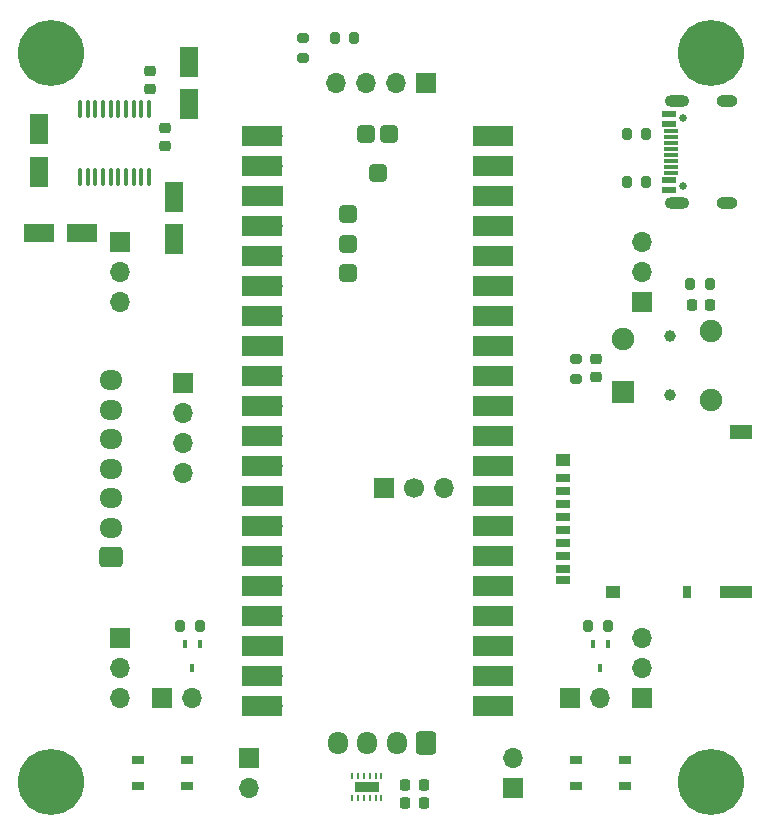
<source format=gbr>
%TF.GenerationSoftware,KiCad,Pcbnew,7.0.10-7.0.10~ubuntu22.04.1*%
%TF.CreationDate,2024-02-03T23:21:59+09:00*%
%TF.ProjectId,TurtlePico,54757274-6c65-4506-9963-6f2e6b696361,rev?*%
%TF.SameCoordinates,Original*%
%TF.FileFunction,Soldermask,Top*%
%TF.FilePolarity,Negative*%
%FSLAX46Y46*%
G04 Gerber Fmt 4.6, Leading zero omitted, Abs format (unit mm)*
G04 Created by KiCad (PCBNEW 7.0.10-7.0.10~ubuntu22.04.1) date 2024-02-03 23:21:59*
%MOMM*%
%LPD*%
G01*
G04 APERTURE LIST*
G04 Aperture macros list*
%AMRoundRect*
0 Rectangle with rounded corners*
0 $1 Rounding radius*
0 $2 $3 $4 $5 $6 $7 $8 $9 X,Y pos of 4 corners*
0 Add a 4 corners polygon primitive as box body*
4,1,4,$2,$3,$4,$5,$6,$7,$8,$9,$2,$3,0*
0 Add four circle primitives for the rounded corners*
1,1,$1+$1,$2,$3*
1,1,$1+$1,$4,$5*
1,1,$1+$1,$6,$7*
1,1,$1+$1,$8,$9*
0 Add four rect primitives between the rounded corners*
20,1,$1+$1,$2,$3,$4,$5,0*
20,1,$1+$1,$4,$5,$6,$7,0*
20,1,$1+$1,$6,$7,$8,$9,0*
20,1,$1+$1,$8,$9,$2,$3,0*%
G04 Aperture macros list end*
%ADD10C,5.600000*%
%ADD11R,0.450000X0.700000*%
%ADD12RoundRect,0.200000X-0.200000X-0.275000X0.200000X-0.275000X0.200000X0.275000X-0.200000X0.275000X0*%
%ADD13RoundRect,0.200000X-0.275000X0.200000X-0.275000X-0.200000X0.275000X-0.200000X0.275000X0.200000X0*%
%ADD14RoundRect,0.200000X0.200000X0.275000X-0.200000X0.275000X-0.200000X-0.275000X0.200000X-0.275000X0*%
%ADD15R,0.250000X0.500000*%
%ADD16R,2.000000X0.900000*%
%ADD17C,1.000000*%
%ADD18R,1.900000X1.900000*%
%ADD19C,1.900000*%
%ADD20R,1.700000X1.700000*%
%ADD21O,1.700000X1.700000*%
%ADD22RoundRect,0.225000X0.250000X-0.225000X0.250000X0.225000X-0.250000X0.225000X-0.250000X-0.225000X0*%
%ADD23R,1.050000X0.650000*%
%ADD24RoundRect,0.250000X-0.550000X1.050000X-0.550000X-1.050000X0.550000X-1.050000X0.550000X1.050000X0*%
%ADD25RoundRect,0.225000X-0.225000X-0.250000X0.225000X-0.250000X0.225000X0.250000X-0.225000X0.250000X0*%
%ADD26R,3.500000X1.700000*%
%ADD27C,1.700000*%
%ADD28RoundRect,0.381000X-0.381000X-0.381000X0.381000X-0.381000X0.381000X0.381000X-0.381000X0.381000X0*%
%ADD29R,1.200000X0.700000*%
%ADD30R,0.800000X1.000000*%
%ADD31R,1.200000X1.000000*%
%ADD32R,2.800000X1.000000*%
%ADD33R,1.900000X1.300000*%
%ADD34RoundRect,0.250000X1.050000X0.550000X-1.050000X0.550000X-1.050000X-0.550000X1.050000X-0.550000X0*%
%ADD35RoundRect,0.100000X-0.100000X0.637500X-0.100000X-0.637500X0.100000X-0.637500X0.100000X0.637500X0*%
%ADD36C,0.650000*%
%ADD37R,1.150000X0.600000*%
%ADD38R,1.150000X0.300000*%
%ADD39O,1.800000X1.000000*%
%ADD40O,2.100000X1.000000*%
%ADD41RoundRect,0.250000X0.550000X-1.050000X0.550000X1.050000X-0.550000X1.050000X-0.550000X-1.050000X0*%
%ADD42RoundRect,0.225000X-0.250000X0.225000X-0.250000X-0.225000X0.250000X-0.225000X0.250000X0.225000X0*%
%ADD43RoundRect,0.225000X0.225000X0.250000X-0.225000X0.250000X-0.225000X-0.250000X0.225000X-0.250000X0*%
%ADD44RoundRect,0.250000X0.725000X-0.600000X0.725000X0.600000X-0.725000X0.600000X-0.725000X-0.600000X0*%
%ADD45O,1.950000X1.700000*%
%ADD46RoundRect,0.250000X0.600000X0.725000X-0.600000X0.725000X-0.600000X-0.725000X0.600000X-0.725000X0*%
%ADD47O,1.700000X1.950000*%
G04 APERTURE END LIST*
D10*
%TO.C,REF\u002A\u002A*%
X117856000Y-126492000D03*
%TD*%
D11*
%TO.C,Q1*%
X164988000Y-114840000D03*
X163688000Y-114840000D03*
X164338000Y-116840000D03*
%TD*%
D12*
%TO.C,R4*%
X166561000Y-71628000D03*
X168211000Y-71628000D03*
%TD*%
D13*
%TO.C,R8*%
X139192000Y-63500000D03*
X139192000Y-65150000D03*
%TD*%
D14*
%TO.C,R7*%
X143510000Y-63500000D03*
X141860000Y-63500000D03*
%TD*%
D15*
%TO.C,IC1*%
X145796000Y-125984000D03*
X145296000Y-125984000D03*
X144796000Y-125984000D03*
X144296000Y-125984000D03*
X143796000Y-125984000D03*
X143296000Y-125984000D03*
X143296000Y-127884000D03*
X143796000Y-127884000D03*
X144296000Y-127884000D03*
X144796000Y-127884000D03*
X145296000Y-127884000D03*
X145796000Y-127884000D03*
D16*
X144546000Y-126934000D03*
%TD*%
D14*
%TO.C,R6*%
X130428000Y-113284000D03*
X128778000Y-113284000D03*
%TD*%
D10*
%TO.C,REF\u002A\u002A*%
X173736000Y-126492000D03*
%TD*%
D14*
%TO.C,R5*%
X164972000Y-113284000D03*
X163322000Y-113284000D03*
%TD*%
D17*
%TO.C,J2*%
X170236000Y-93726000D03*
X170236000Y-88726000D03*
D18*
X166236000Y-93476000D03*
D19*
X166236000Y-88976000D03*
X173736000Y-94126000D03*
X173736000Y-88326000D03*
%TD*%
D20*
%TO.C,J10*%
X134620000Y-124460000D03*
D21*
X134620000Y-127000000D03*
%TD*%
D20*
%TO.C,J9*%
X156972000Y-127000000D03*
D21*
X156972000Y-124460000D03*
%TD*%
D22*
%TO.C,C2*%
X163957000Y-92202000D03*
X163957000Y-90652000D03*
%TD*%
D23*
%TO.C,SW2*%
X125179000Y-124655000D03*
X125179000Y-126805000D03*
X129329000Y-124655000D03*
X129329000Y-126805000D03*
%TD*%
D24*
%TO.C,C6*%
X128270000Y-76940000D03*
X128270000Y-80540000D03*
%TD*%
D12*
%TO.C,R3*%
X171958000Y-84328000D03*
X173608000Y-84328000D03*
%TD*%
D22*
%TO.C,C3*%
X126238000Y-67818000D03*
X126238000Y-66268000D03*
%TD*%
D20*
%TO.C,J6*%
X128965000Y-92710000D03*
D21*
X128965000Y-95250000D03*
X128965000Y-97790000D03*
X128965000Y-100330000D03*
%TD*%
D20*
%TO.C,J4*%
X127254000Y-119380000D03*
D21*
X129794000Y-119380000D03*
%TD*%
D25*
%TO.C,C9*%
X147815000Y-126746000D03*
X149365000Y-126746000D03*
%TD*%
D23*
%TO.C,SW1*%
X162263000Y-124655000D03*
X162263000Y-126805000D03*
X166413000Y-124655000D03*
X166413000Y-126805000D03*
%TD*%
D20*
%TO.C,J7*%
X149596000Y-67310000D03*
D21*
X147056000Y-67310000D03*
X144516000Y-67310000D03*
X141976000Y-67310000D03*
%TD*%
%TO.C,U2*%
X136575900Y-71770000D03*
D26*
X135675900Y-71770000D03*
D21*
X136575900Y-74310000D03*
D26*
X135675900Y-74310000D03*
D20*
X136575900Y-76850000D03*
D26*
X135675900Y-76850000D03*
D21*
X136575900Y-79390000D03*
D26*
X135675900Y-79390000D03*
D21*
X136575900Y-81930000D03*
D26*
X135675900Y-81930000D03*
D21*
X136575900Y-84470000D03*
D26*
X135675900Y-84470000D03*
D21*
X136575900Y-87010000D03*
D26*
X135675900Y-87010000D03*
D20*
X136575900Y-89550000D03*
D26*
X135675900Y-89550000D03*
D21*
X136575900Y-92090000D03*
D26*
X135675900Y-92090000D03*
D21*
X136575900Y-94630000D03*
D26*
X135675900Y-94630000D03*
D21*
X136575900Y-97170000D03*
D26*
X135675900Y-97170000D03*
D21*
X136575900Y-99710000D03*
D26*
X135675900Y-99710000D03*
D20*
X136575900Y-102250000D03*
D26*
X135675900Y-102250000D03*
D21*
X136575900Y-104790000D03*
D26*
X135675900Y-104790000D03*
D21*
X136575900Y-107330000D03*
D26*
X135675900Y-107330000D03*
D21*
X136575900Y-109870000D03*
D26*
X135675900Y-109870000D03*
D21*
X136575900Y-112410000D03*
D26*
X135675900Y-112410000D03*
D20*
X136575900Y-114950000D03*
D26*
X135675900Y-114950000D03*
D21*
X136575900Y-117490000D03*
D26*
X135675900Y-117490000D03*
D21*
X136575900Y-120030000D03*
D26*
X135675900Y-120030000D03*
D21*
X154355900Y-120030000D03*
D26*
X155255900Y-120030000D03*
D21*
X154355900Y-117490000D03*
D26*
X155255900Y-117490000D03*
D20*
X154355900Y-114950000D03*
D26*
X155255900Y-114950000D03*
D21*
X154355900Y-112410000D03*
D26*
X155255900Y-112410000D03*
D21*
X154355900Y-109870000D03*
D26*
X155255900Y-109870000D03*
D21*
X154355900Y-107330000D03*
D26*
X155255900Y-107330000D03*
D21*
X154355900Y-104790000D03*
D26*
X155255900Y-104790000D03*
D20*
X154355900Y-102250000D03*
D26*
X155255900Y-102250000D03*
D21*
X154355900Y-99710000D03*
D26*
X155255900Y-99710000D03*
D21*
X154355900Y-97170000D03*
D26*
X155255900Y-97170000D03*
D21*
X154355900Y-94630000D03*
D26*
X155255900Y-94630000D03*
D21*
X154355900Y-92090000D03*
D26*
X155255900Y-92090000D03*
D20*
X154355900Y-89550000D03*
D26*
X155255900Y-89550000D03*
D21*
X154355900Y-87010000D03*
D26*
X155255900Y-87010000D03*
D21*
X154355900Y-84470000D03*
D26*
X155255900Y-84470000D03*
D21*
X154355900Y-81930000D03*
D26*
X155255900Y-81930000D03*
D21*
X154355900Y-79390000D03*
D26*
X155255900Y-79390000D03*
D20*
X154355900Y-76850000D03*
D26*
X155255900Y-76850000D03*
D21*
X154355900Y-74310000D03*
D26*
X155255900Y-74310000D03*
D21*
X154355900Y-71770000D03*
D26*
X155255900Y-71770000D03*
D20*
X146050000Y-101600000D03*
D27*
X148590000Y-101600000D03*
D21*
X151130000Y-101600000D03*
D28*
X145465900Y-74900000D03*
X146465900Y-71600000D03*
X144465900Y-71600000D03*
X142965900Y-78400000D03*
X142965900Y-80900000D03*
X142965900Y-83400000D03*
%TD*%
D29*
%TO.C,J11*%
X161133000Y-100760000D03*
X161133000Y-101860000D03*
X161133000Y-102960000D03*
X161133000Y-104060000D03*
X161133000Y-105160000D03*
X161133000Y-106260000D03*
X161133000Y-107360000D03*
X161133000Y-108460000D03*
X161133000Y-109410000D03*
D30*
X171633000Y-110360000D03*
D31*
X165433000Y-110360000D03*
D32*
X175783000Y-110360000D03*
D31*
X161133000Y-99210000D03*
D33*
X176233000Y-96860000D03*
%TD*%
D34*
%TO.C,C8*%
X120418000Y-80010000D03*
X116818000Y-80010000D03*
%TD*%
D12*
%TO.C,R1*%
X166561000Y-75692000D03*
X168211000Y-75692000D03*
%TD*%
D20*
%TO.C,J3*%
X161798000Y-119380000D03*
D21*
X164338000Y-119380000D03*
%TD*%
D35*
%TO.C,U1*%
X126115000Y-69527500D03*
X125465000Y-69527500D03*
X124815000Y-69527500D03*
X124165000Y-69527500D03*
X123515000Y-69527500D03*
X122865000Y-69527500D03*
X122215000Y-69527500D03*
X121565000Y-69527500D03*
X120915000Y-69527500D03*
X120265000Y-69527500D03*
X120265000Y-75252500D03*
X120915000Y-75252500D03*
X121565000Y-75252500D03*
X122215000Y-75252500D03*
X122865000Y-75252500D03*
X123515000Y-75252500D03*
X124165000Y-75252500D03*
X124815000Y-75252500D03*
X125465000Y-75252500D03*
X126115000Y-75252500D03*
%TD*%
D25*
%TO.C,C10*%
X147828000Y-128270000D03*
X149378000Y-128270000D03*
%TD*%
D10*
%TO.C,REF\u002A\u002A*%
X117856000Y-64770000D03*
%TD*%
D36*
%TO.C,J1*%
X171337500Y-76040000D03*
X171337500Y-70260000D03*
D37*
X170143700Y-76350400D03*
X170143700Y-75550000D03*
D38*
X170272500Y-74400000D03*
X170272500Y-73400000D03*
X170272500Y-72900000D03*
X170272500Y-71900000D03*
D37*
X170143700Y-69950000D03*
X170143700Y-70750000D03*
D38*
X170272500Y-71400000D03*
X170272500Y-72400000D03*
X170272500Y-73900000D03*
X170272500Y-74900000D03*
D39*
X175017500Y-77470000D03*
X175017500Y-68830000D03*
D40*
X170837500Y-77470000D03*
X170837500Y-68830000D03*
%TD*%
D10*
%TO.C,REF\u002A\u002A*%
X173736000Y-64770000D03*
%TD*%
D11*
%TO.C,Q2*%
X130444000Y-114840000D03*
X129144000Y-114840000D03*
X129794000Y-116840000D03*
%TD*%
D24*
%TO.C,C7*%
X116840000Y-71225000D03*
X116840000Y-74825000D03*
%TD*%
D41*
%TO.C,C5*%
X129540000Y-69110000D03*
X129540000Y-65510000D03*
%TD*%
D13*
%TO.C,R2*%
X162306000Y-90678000D03*
X162306000Y-92328000D03*
%TD*%
D42*
%TO.C,C4*%
X127508000Y-71107000D03*
X127508000Y-72657000D03*
%TD*%
D43*
%TO.C,C1*%
X173622000Y-86106000D03*
X172072000Y-86106000D03*
%TD*%
D20*
%TO.C,J14*%
X167894000Y-119365000D03*
D21*
X167894000Y-116825000D03*
X167894000Y-114285000D03*
%TD*%
D44*
%TO.C,J8*%
X122936000Y-107456000D03*
D45*
X122936000Y-104956000D03*
X122936000Y-102456000D03*
X122936000Y-99956000D03*
X122936000Y-97456000D03*
X122936000Y-94956000D03*
X122936000Y-92456000D03*
%TD*%
D20*
%TO.C,J13*%
X123698000Y-80772000D03*
D21*
X123698000Y-83312000D03*
X123698000Y-85852000D03*
%TD*%
D20*
%TO.C,J12*%
X167894000Y-85852000D03*
D21*
X167894000Y-83312000D03*
X167894000Y-80772000D03*
%TD*%
D20*
%TO.C,J15*%
X123698000Y-114300000D03*
D21*
X123698000Y-116840000D03*
X123698000Y-119380000D03*
%TD*%
D46*
%TO.C,J5*%
X149606000Y-123190000D03*
D47*
X147106000Y-123190000D03*
X144606000Y-123190000D03*
X142106000Y-123190000D03*
%TD*%
M02*

</source>
